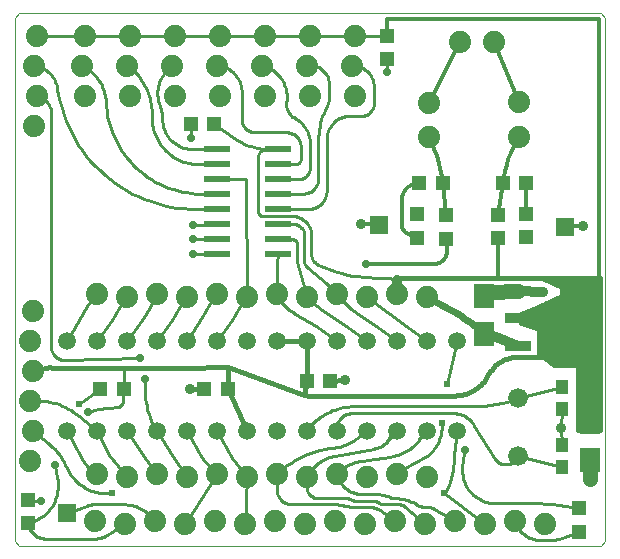
<source format=gtl>
G75*
G70*
%OFA0B0*%
%FSLAX24Y24*%
%IPPOS*%
%LPD*%
%AMOC8*
5,1,8,0,0,1.08239X$1,22.5*
%
%ADD10C,0.0000*%
%ADD11C,0.0591*%
%ADD12C,0.0660*%
%ADD13R,0.0906X0.0374*%
%ADD14R,0.0906X0.1280*%
%ADD15C,0.0740*%
%ADD16R,0.0394X0.0512*%
%ADD17R,0.0472X0.0472*%
%ADD18R,0.0709X0.0787*%
%ADD19R,0.0591X0.0630*%
%ADD20R,0.0866X0.0236*%
%ADD21C,0.0100*%
%ADD22C,0.0160*%
%ADD23C,0.0320*%
%ADD24C,0.0500*%
%ADD25C,0.0356*%
%ADD26C,0.0277*%
%ADD27C,0.0120*%
%ADD28C,0.0240*%
%ADD29C,0.0240*%
D10*
X002337Y003180D02*
X002337Y003180D01*
X002180Y003337D01*
X002180Y003338D02*
X002180Y020778D01*
X002337Y020936D01*
X021708Y020936D01*
X021865Y020778D01*
X021865Y003337D01*
X021865Y003337D01*
X021708Y003180D01*
X021707Y003180D02*
X002337Y003180D01*
D11*
X003908Y007015D03*
X004908Y007015D03*
X005908Y007015D03*
X006908Y007015D03*
X007908Y007015D03*
X008908Y007015D03*
X009908Y007015D03*
X010908Y007015D03*
X011908Y007015D03*
X012908Y007015D03*
X013908Y007015D03*
X014908Y007015D03*
X015908Y007015D03*
X016908Y007015D03*
X016908Y010015D03*
X015908Y010015D03*
X014908Y010015D03*
X013908Y010015D03*
X012908Y010015D03*
X011908Y010015D03*
X010908Y010015D03*
X009908Y010015D03*
X008908Y010015D03*
X007908Y010015D03*
X006908Y010015D03*
X005908Y010015D03*
X004908Y010015D03*
X003908Y010015D03*
D12*
X018965Y008097D03*
X018965Y006176D03*
D13*
X018962Y009852D03*
X018962Y010757D03*
X018962Y011663D03*
D14*
X021285Y010757D03*
D15*
X015908Y011465D03*
X014908Y011565D03*
X013908Y011465D03*
X012908Y011565D03*
X011908Y011465D03*
X010908Y011565D03*
X009908Y011465D03*
X008908Y011565D03*
X007908Y011465D03*
X006908Y011565D03*
X005908Y011465D03*
X004908Y011565D03*
X002794Y011015D03*
X002694Y010015D03*
X002794Y009015D03*
X002694Y008015D03*
X002794Y007015D03*
X002694Y006015D03*
X004908Y005565D03*
X005908Y005465D03*
X006908Y005565D03*
X007908Y005465D03*
X008908Y005565D03*
X009908Y005465D03*
X010908Y005565D03*
X011908Y005465D03*
X012908Y005565D03*
X013908Y005465D03*
X014908Y005565D03*
X015908Y005465D03*
X015857Y003917D03*
X014857Y004017D03*
X013857Y003917D03*
X012857Y004017D03*
X011857Y003917D03*
X010857Y004017D03*
X009857Y003917D03*
X008857Y004017D03*
X007857Y003917D03*
X006857Y004017D03*
X005857Y003917D03*
X004857Y004017D03*
X016857Y004017D03*
X017857Y003917D03*
X018857Y004017D03*
X019857Y003917D03*
X018978Y016814D03*
X018978Y017954D03*
X018146Y019982D03*
X017006Y019982D03*
X015983Y017950D03*
X015983Y016810D03*
X013529Y018183D03*
X013429Y019183D03*
X013529Y020183D03*
X012036Y020183D03*
X011936Y019183D03*
X012036Y018183D03*
X010532Y018183D03*
X010432Y019183D03*
X010532Y020183D03*
X009028Y020182D03*
X008928Y019182D03*
X009028Y018182D03*
X007532Y018181D03*
X007432Y019181D03*
X007532Y020181D03*
X006026Y020181D03*
X005926Y019181D03*
X006026Y018181D03*
X004530Y018181D03*
X004430Y019181D03*
X004530Y020181D03*
X002931Y020180D03*
X002831Y019180D03*
X002931Y018180D03*
X002831Y017180D03*
D16*
X020412Y008475D03*
X020412Y007727D03*
X020412Y006546D03*
X020412Y005798D03*
D17*
X020999Y004440D03*
X020999Y003652D03*
X012696Y008671D03*
X011908Y008671D03*
X009271Y008419D03*
X008483Y008419D03*
X005806Y008416D03*
X005019Y008416D03*
X002613Y004715D03*
X002613Y003928D03*
X015604Y013437D03*
X015604Y014225D03*
X016567Y014204D03*
X016567Y013417D03*
X018295Y013430D03*
X018295Y014218D03*
X019218Y014247D03*
X019218Y013460D03*
X019230Y015254D03*
X018442Y015254D03*
X016441Y015267D03*
X015653Y015267D03*
X014580Y019386D03*
X014580Y020174D03*
X008834Y017235D03*
X008046Y017235D03*
D18*
X017814Y011489D03*
X017814Y010229D03*
X021359Y007286D03*
X021359Y006026D03*
D19*
X020517Y013814D03*
X014305Y013871D03*
X003912Y004282D03*
D20*
X008912Y012902D03*
X008912Y013402D03*
X008912Y013902D03*
X008912Y014402D03*
X008912Y014902D03*
X008912Y015402D03*
X008912Y015902D03*
X008912Y016402D03*
X010960Y016402D03*
X010960Y015902D03*
X010960Y015402D03*
X010960Y014902D03*
X010960Y014402D03*
X010960Y013902D03*
X010960Y013402D03*
X010960Y012902D03*
D21*
X017495Y007157D02*
X018204Y006054D01*
X017101Y005778D02*
X017097Y005715D01*
X017096Y005651D01*
X017100Y005587D01*
X017107Y005524D01*
X017118Y005461D01*
X017133Y005399D01*
X017151Y005338D01*
X017173Y005278D01*
X017198Y005220D01*
X017227Y005163D01*
X017259Y005108D01*
X017294Y005054D01*
X017332Y005003D01*
X017373Y004955D01*
X017418Y004909D01*
X017464Y004865D01*
X017513Y004825D01*
X017565Y004787D01*
X017618Y004753D01*
X017674Y004721D01*
X017731Y004693D01*
X017790Y004669D01*
X017850Y004648D01*
X017912Y004630D01*
X017974Y004616D01*
X018037Y004606D01*
X018100Y004600D01*
X018164Y004597D01*
X017857Y003917D02*
X016471Y004952D01*
X016492Y004958D01*
X016512Y004967D01*
X016531Y004979D01*
X016547Y004994D01*
X016562Y005010D01*
X016574Y005029D01*
X016583Y005049D01*
X016589Y005070D01*
X015841Y004479D02*
X015800Y004480D01*
X015758Y004485D01*
X015718Y004493D01*
X015678Y004505D01*
X015639Y004519D01*
X015601Y004537D01*
X015565Y004558D01*
X015172Y004479D02*
X015857Y003917D01*
X015841Y004479D02*
X015888Y004478D01*
X015935Y004473D01*
X015981Y004465D01*
X016027Y004454D01*
X016071Y004439D01*
X016114Y004421D01*
X016156Y004400D01*
X016857Y004017D01*
X015172Y004480D02*
X015143Y004501D01*
X015112Y004520D01*
X015078Y004535D01*
X015044Y004546D01*
X015008Y004554D01*
X014972Y004558D01*
X014936Y004559D01*
X014936Y004558D02*
X014463Y004558D01*
X014438Y004560D01*
X014413Y004564D01*
X014389Y004573D01*
X014366Y004584D01*
X014345Y004597D01*
X014149Y004676D02*
X013558Y004676D01*
X013479Y004479D02*
X013912Y004479D01*
X012908Y005565D02*
X012954Y005615D01*
X013002Y005663D01*
X013053Y005707D01*
X013107Y005750D01*
X013162Y005789D01*
X013219Y005826D01*
X013278Y005860D01*
X013338Y005890D01*
X013400Y005918D01*
X013464Y005942D01*
X013528Y005963D01*
X013594Y005981D01*
X013660Y005996D01*
X013727Y006007D01*
X013794Y006015D01*
X016589Y005070D02*
X016638Y005191D01*
X016682Y005314D01*
X016720Y005439D01*
X016753Y005565D01*
X016779Y005693D01*
X016799Y005822D01*
X016814Y005951D01*
X016823Y006081D01*
X016825Y006212D01*
X016826Y006211D02*
X016908Y007015D01*
X016825Y007589D02*
X016878Y007587D01*
X016930Y007582D01*
X016982Y007572D01*
X017033Y007559D01*
X017083Y007543D01*
X017132Y007522D01*
X017179Y007499D01*
X017224Y007472D01*
X017267Y007442D01*
X017308Y007408D01*
X017347Y007372D01*
X017382Y007333D01*
X017415Y007292D01*
X017445Y007249D01*
X017471Y007203D01*
X017494Y007156D01*
X017259Y007826D02*
X013479Y007826D01*
X013400Y007589D02*
X016826Y007589D01*
X016589Y008574D02*
X016908Y010015D01*
X015908Y010015D02*
X015208Y010515D01*
X014908Y010015D02*
X014208Y010515D01*
X013608Y010915D01*
X013208Y010515D02*
X012608Y010915D01*
X012208Y010515D02*
X011508Y010915D01*
X011908Y011465D02*
X011589Y012644D01*
X011589Y012723D02*
X011589Y013234D01*
X011587Y013258D01*
X011582Y013281D01*
X011573Y013304D01*
X011561Y013325D01*
X011546Y013343D01*
X011529Y013360D01*
X011509Y013373D01*
X011487Y013384D01*
X011464Y013391D01*
X011440Y013395D01*
X011416Y013395D01*
X011393Y013391D01*
X012062Y013495D02*
X012063Y013543D01*
X012060Y013592D01*
X012053Y013640D01*
X012043Y013687D01*
X012029Y013734D01*
X012012Y013779D01*
X011991Y013823D01*
X011967Y013865D01*
X011940Y013905D01*
X011910Y013943D01*
X011877Y013979D01*
X011841Y014012D01*
X011803Y014042D01*
X011763Y014069D01*
X011721Y014093D01*
X011677Y014114D01*
X011632Y014131D01*
X011585Y014145D01*
X011538Y014155D01*
X011490Y014162D01*
X011441Y014165D01*
X011393Y014164D01*
X010448Y014164D01*
X010448Y014165D02*
X010426Y014167D01*
X010404Y014171D01*
X010383Y014179D01*
X010363Y014190D01*
X010345Y014203D01*
X010329Y014219D01*
X010316Y014237D01*
X010305Y014257D01*
X010297Y014278D01*
X010293Y014300D01*
X010291Y014322D01*
X010290Y014322D02*
X010290Y016093D01*
X010287Y016125D01*
X010288Y016156D01*
X010292Y016188D01*
X010300Y016218D01*
X010312Y016248D01*
X010327Y016276D01*
X010345Y016302D01*
X010366Y016326D01*
X010389Y016347D01*
X010415Y016366D01*
X010443Y016381D01*
X010472Y016393D01*
X010503Y016402D01*
X010534Y016407D01*
X010566Y016408D01*
X010960Y016402D01*
X012022Y016605D02*
X012019Y016665D01*
X012011Y016724D01*
X012000Y016783D01*
X011985Y016841D01*
X011967Y016898D01*
X011946Y016954D01*
X011921Y017008D01*
X011892Y017061D01*
X011861Y017112D01*
X011826Y017161D01*
X011789Y017208D01*
X011748Y017252D01*
X011705Y017294D01*
X011660Y017333D01*
X011612Y017369D01*
X011562Y017402D01*
X011510Y017432D01*
X011473Y017455D01*
X011437Y017480D01*
X011404Y017508D01*
X011373Y017539D01*
X011344Y017572D01*
X011318Y017608D01*
X011296Y017645D01*
X011276Y017684D01*
X011260Y017725D01*
X011247Y017766D01*
X011237Y017809D01*
X011231Y017852D01*
X011229Y017896D01*
X011230Y017940D01*
X011235Y017983D01*
X010605Y016408D02*
X010514Y016411D01*
X010424Y016418D01*
X010335Y016429D01*
X010245Y016444D01*
X010157Y016464D01*
X010070Y016488D01*
X009984Y016515D01*
X009899Y016547D01*
X009816Y016582D01*
X009734Y016622D01*
X009655Y016665D01*
X009578Y016712D01*
X009503Y016762D01*
X009503Y016763D02*
X008834Y017235D01*
X008322Y015897D02*
X008245Y015898D01*
X008169Y015903D01*
X008093Y015912D01*
X008018Y015924D01*
X007943Y015940D01*
X007869Y015960D01*
X007797Y015983D01*
X007725Y016010D01*
X007655Y016040D01*
X007587Y016074D01*
X007520Y016110D01*
X007455Y016151D01*
X007392Y016194D01*
X007331Y016240D01*
X007273Y016289D01*
X007217Y016341D01*
X007164Y016396D01*
X007113Y016453D01*
X007065Y016513D01*
X007021Y016574D01*
X006979Y016638D01*
X006940Y016704D01*
X006905Y016772D01*
X006873Y016841D01*
X006845Y016912D01*
X006820Y016984D01*
X006798Y017058D01*
X006781Y017132D01*
X006766Y017207D01*
X006756Y017282D01*
X006749Y017358D01*
X006746Y017435D01*
X006747Y017511D01*
X008046Y017235D02*
X008045Y016754D01*
X008361Y016408D02*
X008912Y016402D01*
X008912Y015902D02*
X008322Y015897D01*
X008912Y015402D02*
X009897Y015400D01*
X009908Y011465D01*
X009408Y010715D02*
X008908Y010015D01*
X008408Y010815D02*
X007908Y010015D01*
X007408Y010715D02*
X006908Y010015D01*
X006353Y009440D02*
X003834Y009361D01*
X003794Y009363D01*
X003754Y009368D01*
X003715Y009377D01*
X003677Y009390D01*
X003640Y009406D01*
X003605Y009425D01*
X003572Y009448D01*
X003541Y009473D01*
X003512Y009501D01*
X003486Y009532D01*
X003463Y009565D01*
X003443Y009600D01*
X003427Y009636D01*
X003413Y009674D01*
X003404Y009713D01*
X003398Y009753D01*
X003395Y009793D01*
X003396Y009833D01*
X003401Y009873D01*
X003400Y009873D02*
X003400Y017550D01*
X005212Y017983D02*
X005207Y018054D01*
X005198Y018125D01*
X005186Y018195D01*
X005170Y018265D01*
X005151Y018334D01*
X005128Y018402D01*
X005102Y018468D01*
X005072Y018533D01*
X005040Y018597D01*
X005004Y018658D01*
X004965Y018718D01*
X004922Y018776D01*
X004878Y018831D01*
X004830Y018885D01*
X004780Y018935D01*
X004727Y018983D01*
X004671Y019029D01*
X004614Y019071D01*
X004555Y019111D01*
X004493Y019147D01*
X004430Y019181D01*
X004530Y020181D02*
X006026Y020181D01*
X007532Y020181D01*
X008243Y020181D01*
X009028Y020182D01*
X010532Y020183D01*
X012036Y020183D01*
X013529Y020183D01*
X014580Y019386D02*
X014580Y018959D01*
X014149Y018456D02*
X014148Y018508D01*
X014144Y018560D01*
X014136Y018611D01*
X014124Y018662D01*
X014109Y018711D01*
X014090Y018760D01*
X014067Y018807D01*
X014041Y018852D01*
X014012Y018895D01*
X013980Y018935D01*
X013945Y018974D01*
X013907Y019009D01*
X013866Y019042D01*
X013824Y019072D01*
X013779Y019098D01*
X013732Y019121D01*
X013684Y019141D01*
X013635Y019157D01*
X013584Y019169D01*
X013533Y019178D01*
X013481Y019183D01*
X013429Y019184D01*
X012652Y018574D02*
X012652Y018219D01*
X012652Y018574D02*
X012650Y018623D01*
X012644Y018671D01*
X012635Y018718D01*
X012622Y018765D01*
X012605Y018811D01*
X012584Y018855D01*
X012561Y018897D01*
X012534Y018937D01*
X012503Y018976D01*
X012470Y019011D01*
X012435Y019044D01*
X012397Y019074D01*
X012356Y019101D01*
X012314Y019124D01*
X012269Y019145D01*
X012224Y019161D01*
X012177Y019174D01*
X012129Y019184D01*
X012081Y019189D01*
X012033Y019191D01*
X011984Y019189D01*
X011936Y019183D01*
X012653Y018219D02*
X012655Y018168D01*
X012654Y018117D01*
X012649Y018067D01*
X012641Y018017D01*
X012629Y017967D01*
X012614Y017919D01*
X012596Y017871D01*
X012574Y017825D01*
X012298Y016684D02*
X012298Y015503D01*
X012299Y015503D02*
X012302Y015459D01*
X012303Y015415D01*
X012299Y015371D01*
X012292Y015327D01*
X012281Y015284D01*
X012266Y015243D01*
X012248Y015202D01*
X012227Y015164D01*
X012203Y015127D01*
X012175Y015092D01*
X012145Y015060D01*
X012112Y015031D01*
X012077Y015004D01*
X012039Y014981D01*
X012000Y014961D01*
X011960Y014944D01*
X011917Y014930D01*
X011874Y014921D01*
X011831Y014914D01*
X011787Y014912D01*
X011786Y014912D02*
X010960Y014902D01*
X010960Y015402D02*
X011625Y015397D01*
X012574Y015030D02*
X012573Y014982D01*
X012569Y014935D01*
X012562Y014887D01*
X012550Y014841D01*
X012535Y014795D01*
X012516Y014751D01*
X012494Y014708D01*
X012469Y014668D01*
X012440Y014629D01*
X012409Y014593D01*
X012375Y014559D01*
X012338Y014528D01*
X012299Y014500D01*
X012258Y014476D01*
X012215Y014454D01*
X012171Y014436D01*
X012125Y014422D01*
X012078Y014411D01*
X012031Y014404D01*
X011983Y014400D01*
X010960Y014402D01*
X010960Y013402D02*
X011013Y013389D01*
X011067Y013379D01*
X011121Y013373D01*
X011176Y013370D01*
X011230Y013371D01*
X011285Y013374D01*
X011339Y013381D01*
X011393Y013392D01*
X011826Y013550D02*
X011823Y013586D01*
X011815Y013622D01*
X011805Y013658D01*
X011790Y013692D01*
X011773Y013724D01*
X011752Y013754D01*
X011729Y013783D01*
X011703Y013809D01*
X011674Y013832D01*
X011644Y013852D01*
X011611Y013870D01*
X011577Y013884D01*
X011542Y013894D01*
X011506Y013901D01*
X011469Y013905D01*
X011432Y013904D01*
X011826Y013549D02*
X011826Y012762D01*
X011589Y012722D02*
X011585Y012696D01*
X011585Y012670D01*
X011589Y012644D01*
X012062Y012904D02*
X012062Y013495D01*
X012062Y012905D02*
X012061Y012870D01*
X012065Y012835D01*
X012071Y012800D01*
X012081Y012766D01*
X012095Y012734D01*
X012111Y012703D01*
X012131Y012674D01*
X012153Y012647D01*
X012178Y012622D01*
X012205Y012599D01*
X012234Y012580D01*
X012265Y012564D01*
X012298Y012550D01*
X012928Y012314D01*
X011507Y010915D02*
X011443Y010954D01*
X011381Y010996D01*
X011321Y011041D01*
X011264Y011089D01*
X011209Y011140D01*
X011157Y011194D01*
X011108Y011250D01*
X011061Y011309D01*
X011018Y011370D01*
X010978Y011433D01*
X010941Y011498D01*
X010907Y011565D01*
X010908Y011565D02*
X010920Y012604D01*
X010960Y012902D01*
X011826Y012762D02*
X011823Y012726D01*
X011824Y012690D01*
X011828Y012654D01*
X011835Y012618D01*
X011846Y012583D01*
X011859Y012550D01*
X011876Y012518D01*
X011896Y012487D01*
X011919Y012459D01*
X011944Y012433D01*
X013794Y006015D02*
X014138Y006053D01*
X014479Y006105D01*
X014818Y006172D01*
X014699Y004793D02*
X014737Y004780D01*
X014776Y004769D01*
X014816Y004761D01*
X014856Y004756D01*
X014896Y004754D01*
X014345Y004361D02*
X014857Y004017D01*
X014897Y004755D02*
X014961Y004753D01*
X015025Y004748D01*
X015089Y004739D01*
X015152Y004727D01*
X015214Y004713D01*
X015276Y004694D01*
X015337Y004673D01*
X015396Y004649D01*
X015454Y004621D01*
X015511Y004591D01*
X015566Y004558D01*
X014346Y004597D02*
X014316Y004618D01*
X014285Y004635D01*
X014253Y004650D01*
X014219Y004662D01*
X014184Y004670D01*
X014149Y004676D01*
X013558Y004676D02*
X013525Y004678D01*
X013493Y004682D01*
X013461Y004690D01*
X013430Y004701D01*
X013400Y004715D01*
X013243Y004755D02*
X012298Y004755D01*
X012259Y004757D01*
X012221Y004763D01*
X012184Y004772D01*
X012147Y004785D01*
X012112Y004802D01*
X012079Y004821D01*
X012048Y004844D01*
X012019Y004870D01*
X011993Y004899D01*
X011970Y004930D01*
X011951Y004963D01*
X011934Y004998D01*
X011921Y005035D01*
X011912Y005072D01*
X011906Y005110D01*
X011904Y005149D01*
X011393Y004558D02*
X011352Y004560D01*
X011311Y004565D01*
X011271Y004574D01*
X011232Y004586D01*
X011194Y004602D01*
X011157Y004621D01*
X011122Y004643D01*
X011090Y004668D01*
X011059Y004696D01*
X011031Y004727D01*
X011006Y004759D01*
X010984Y004794D01*
X010965Y004831D01*
X010949Y004869D01*
X010937Y004908D01*
X010928Y004948D01*
X010923Y004989D01*
X010921Y005030D01*
X011393Y004558D02*
X012810Y004558D01*
X011907Y005466D02*
X011938Y005526D01*
X011972Y005585D01*
X012010Y005642D01*
X012050Y005697D01*
X012093Y005750D01*
X012139Y005800D01*
X012187Y005848D01*
X012238Y005893D01*
X012291Y005935D01*
X012347Y005974D01*
X012404Y006011D01*
X012464Y006044D01*
X012525Y006074D01*
X012587Y006100D01*
X012651Y006124D01*
X012716Y006143D01*
X012782Y006160D01*
X012849Y006173D01*
X013440Y006684D02*
X013908Y007015D01*
X014148Y006409D02*
X014202Y006421D01*
X014256Y006438D01*
X014308Y006457D01*
X014358Y006481D01*
X014407Y006507D01*
X014454Y006537D01*
X014499Y006569D01*
X014542Y006605D01*
X014583Y006643D01*
X014620Y006684D01*
X015802Y006093D02*
X015861Y006131D01*
X015918Y006171D01*
X015972Y006215D01*
X016024Y006262D01*
X016074Y006312D01*
X016120Y006364D01*
X016164Y006419D01*
X016204Y006476D01*
X016241Y006535D01*
X016275Y006597D01*
X016306Y006660D01*
X016332Y006724D01*
X016356Y006790D01*
X016375Y006858D01*
X016391Y006926D01*
X016403Y006995D01*
X016411Y007064D01*
X016415Y007134D01*
X016416Y007204D01*
X016412Y007274D01*
X018204Y006054D02*
X018231Y006023D01*
X018260Y005996D01*
X018292Y005971D01*
X018327Y005949D01*
X018363Y005931D01*
X018400Y005916D01*
X018439Y005904D01*
X018478Y005896D01*
X018519Y005891D01*
X018559Y005890D01*
X018600Y005893D01*
X018640Y005899D01*
X018679Y005909D01*
X018717Y005923D01*
X018754Y005940D01*
X018789Y005960D01*
X018822Y005983D01*
X018853Y006009D01*
X018881Y006038D01*
X018907Y006070D01*
X018929Y006103D01*
X018949Y006139D01*
X018965Y006176D01*
X020412Y005798D01*
X020412Y006546D02*
X020373Y007117D01*
X020412Y007727D01*
X020412Y008475D02*
X018965Y008097D01*
X020093Y004558D02*
X020999Y004440D01*
X020999Y003652D02*
X020330Y003416D01*
X020054Y003377D02*
X019660Y003377D01*
X019605Y003379D01*
X019549Y003384D01*
X019495Y003394D01*
X019441Y003407D01*
X019388Y003423D01*
X019336Y003443D01*
X019286Y003467D01*
X019237Y003494D01*
X019191Y003524D01*
X019146Y003557D01*
X019104Y003593D01*
X019064Y003632D01*
X019027Y003673D01*
X018993Y003717D01*
X018962Y003763D01*
X018934Y003811D01*
X018910Y003860D01*
X018889Y003912D01*
X018871Y003964D01*
X018857Y004018D01*
X020054Y003377D02*
X020100Y003376D01*
X020147Y003378D01*
X020193Y003383D01*
X020239Y003391D01*
X020285Y003402D01*
X020329Y003416D01*
X008908Y011565D02*
X008653Y011194D01*
X008408Y010815D01*
X006408Y010715D02*
X005908Y010015D01*
X005408Y010715D02*
X004908Y010015D01*
X004308Y010715D02*
X003908Y010015D01*
X005019Y008416D02*
X004306Y007904D01*
X004306Y007511D02*
X004908Y007015D01*
X005308Y006215D01*
X005908Y005465D01*
X005526Y007786D02*
X005411Y007784D01*
X005295Y007776D01*
X005181Y007764D01*
X005066Y007746D01*
X004953Y007724D01*
X004841Y007697D01*
X004730Y007665D01*
X004621Y007629D01*
X003908Y007015D02*
X004385Y006133D01*
X004779Y004991D02*
X004847Y004973D01*
X004916Y004959D01*
X004986Y004948D01*
X005056Y004941D01*
X005127Y004936D01*
X005198Y004935D01*
X005268Y004937D01*
X005339Y004943D01*
X005409Y004952D01*
X005802Y004558D02*
X004857Y004558D01*
X004582Y004519D02*
X003912Y004282D01*
X003204Y003416D02*
X003157Y003418D01*
X003110Y003424D01*
X003063Y003433D01*
X003018Y003446D01*
X002973Y003462D01*
X002930Y003482D01*
X002889Y003506D01*
X002850Y003532D01*
X002813Y003562D01*
X002778Y003594D01*
X002747Y003629D01*
X002718Y003667D01*
X002692Y003706D01*
X002669Y003748D01*
X002650Y003791D01*
X002634Y003836D01*
X002622Y003882D01*
X002613Y003928D01*
X003204Y003416D02*
X004778Y003416D01*
X004582Y004519D02*
X004626Y004533D01*
X004672Y004544D01*
X004718Y004552D01*
X004764Y004557D01*
X004811Y004559D01*
X004857Y004558D01*
X005252Y003534D02*
X005204Y003507D01*
X005155Y003482D01*
X005104Y003461D01*
X005051Y003444D01*
X004998Y003431D01*
X004944Y003421D01*
X004889Y003416D01*
X004834Y003414D01*
X004779Y003416D01*
X005251Y003534D02*
X005857Y003917D01*
X005802Y004558D02*
X005870Y004556D01*
X005939Y004551D01*
X006006Y004542D01*
X006074Y004529D01*
X006140Y004513D01*
X006206Y004494D01*
X006270Y004471D01*
X006333Y004445D01*
X006395Y004415D01*
X006455Y004382D01*
X006513Y004346D01*
X006569Y004307D01*
X006623Y004266D01*
X006675Y004221D01*
X006725Y004174D01*
X006771Y004124D01*
X006816Y004072D01*
X006857Y004017D01*
X007857Y003917D02*
X008908Y005565D01*
X008408Y006115D01*
X007908Y007015D01*
X011943Y012432D02*
X012151Y012276D01*
X012352Y012111D01*
X012545Y011938D01*
X012730Y011756D01*
X012907Y011565D01*
X013208Y010515D02*
X013908Y010015D01*
X012908Y010015D02*
X012208Y010515D01*
X014149Y012117D02*
X014660Y012117D01*
X014908Y012035D01*
X013608Y010915D02*
X013496Y010994D01*
X013387Y011078D01*
X013283Y011166D01*
X013182Y011259D01*
X013086Y011357D01*
X012995Y011459D01*
X012908Y011565D01*
X008912Y012902D02*
X008123Y012896D01*
X008123Y013408D02*
X008912Y013402D01*
X008912Y013902D02*
X008123Y013880D01*
X008243Y014400D02*
X008912Y014402D01*
X008912Y014902D02*
X008361Y014912D01*
X008086Y016408D02*
X008024Y016409D01*
X007963Y016414D01*
X007902Y016423D01*
X007842Y016436D01*
X007783Y016452D01*
X007725Y016473D01*
X007669Y016496D01*
X007614Y016524D01*
X007560Y016554D01*
X007509Y016588D01*
X007460Y016625D01*
X007414Y016665D01*
X007370Y016708D01*
X007329Y016754D01*
X007291Y016802D01*
X007256Y016853D01*
X007224Y016905D01*
X007196Y016960D01*
X007171Y017016D01*
X007149Y017073D01*
X007132Y017132D01*
X007118Y017192D01*
X007108Y017253D01*
X007101Y017314D01*
X006984Y017944D02*
X006966Y018006D01*
X006953Y018069D01*
X006943Y018132D01*
X006937Y018196D01*
X006935Y018260D01*
X006937Y018324D01*
X006942Y018388D01*
X006951Y018452D01*
X006964Y018515D01*
X006980Y018577D01*
X007000Y018638D01*
X007024Y018698D01*
X007051Y018756D01*
X007082Y018812D01*
X007115Y018867D01*
X007152Y018919D01*
X007192Y018970D01*
X007235Y019018D01*
X007281Y019063D01*
X007329Y019105D01*
X007379Y019145D01*
X007432Y019181D01*
X003597Y018416D02*
X003634Y018196D01*
X003682Y017978D01*
X003740Y017762D01*
X003808Y017550D01*
X003886Y017341D01*
X003974Y017136D01*
X004072Y016935D01*
X004179Y016739D01*
X004295Y016549D01*
X004421Y016364D01*
X004555Y016185D01*
X004697Y016013D01*
X004847Y015848D01*
X005005Y015691D01*
X005171Y015541D01*
X005343Y015399D01*
X005522Y015265D01*
X005707Y015141D01*
X005897Y015025D01*
X006094Y014918D01*
X006294Y014821D01*
X006500Y014733D01*
X006709Y014655D01*
X006922Y014588D01*
X007137Y014530D01*
X007356Y014483D01*
X007576Y014447D01*
X007797Y014420D01*
X008020Y014405D01*
X008243Y014400D01*
X010960Y015902D02*
X011550Y015897D01*
X012023Y015778D02*
X012020Y015740D01*
X012013Y015703D01*
X012003Y015666D01*
X011989Y015630D01*
X011972Y015596D01*
X011951Y015564D01*
X011928Y015534D01*
X011902Y015506D01*
X011873Y015481D01*
X011842Y015459D01*
X011809Y015440D01*
X011774Y015424D01*
X011738Y015412D01*
X011701Y015403D01*
X011663Y015398D01*
X011625Y015396D01*
X011550Y015897D02*
X011572Y015898D01*
X011594Y015903D01*
X011615Y015911D01*
X011635Y015922D01*
X011653Y015935D01*
X011669Y015951D01*
X011682Y015969D01*
X011693Y015989D01*
X011701Y016010D01*
X011706Y016032D01*
X011707Y016054D01*
X011707Y016487D02*
X011706Y016528D01*
X011700Y016569D01*
X011692Y016610D01*
X011680Y016649D01*
X011664Y016687D01*
X011645Y016724D01*
X011623Y016759D01*
X011598Y016791D01*
X011570Y016822D01*
X011539Y016850D01*
X011507Y016875D01*
X011472Y016897D01*
X011435Y016916D01*
X011397Y016932D01*
X011358Y016944D01*
X011317Y016952D01*
X011276Y016958D01*
X011235Y016959D01*
X010172Y016959D02*
X010132Y016961D01*
X010093Y016967D01*
X010054Y016976D01*
X010016Y016989D01*
X009980Y017006D01*
X009945Y017025D01*
X009912Y017048D01*
X009881Y017073D01*
X009853Y017101D01*
X009828Y017132D01*
X009805Y017165D01*
X009786Y017200D01*
X009769Y017236D01*
X009756Y017274D01*
X009747Y017313D01*
X009741Y017352D01*
X009739Y017392D01*
X011235Y017983D02*
X011243Y018046D01*
X011247Y018109D01*
X011247Y018173D01*
X011243Y018236D01*
X011235Y018299D01*
X011224Y018361D01*
X011210Y018423D01*
X011191Y018484D01*
X011169Y018543D01*
X011144Y018601D01*
X011115Y018657D01*
X011083Y018712D01*
X011048Y018765D01*
X011009Y018815D01*
X010968Y018863D01*
X010924Y018909D01*
X010877Y018952D01*
X010828Y018992D01*
X010777Y019029D01*
X010724Y019063D01*
X010668Y019094D01*
X010611Y019121D01*
X010552Y019145D01*
X010492Y019166D01*
X010431Y019183D01*
X009740Y018298D02*
X009739Y018356D01*
X009733Y018413D01*
X009725Y018470D01*
X009712Y018526D01*
X009696Y018581D01*
X009676Y018635D01*
X009653Y018687D01*
X009626Y018738D01*
X009597Y018787D01*
X009564Y018834D01*
X009528Y018879D01*
X009489Y018921D01*
X009447Y018961D01*
X009403Y018998D01*
X009357Y019032D01*
X009308Y019063D01*
X009258Y019090D01*
X009206Y019114D01*
X009153Y019135D01*
X009098Y019153D01*
X009042Y019166D01*
X008985Y019176D01*
X008928Y019182D01*
X005211Y017983D02*
X005222Y017827D01*
X005240Y017672D01*
X005266Y017517D01*
X005299Y017365D01*
X005340Y017214D01*
X005388Y017065D01*
X005443Y016919D01*
X005505Y016776D01*
X005574Y016635D01*
X005650Y016499D01*
X005733Y016366D01*
X005821Y016237D01*
X005916Y016113D01*
X006017Y015994D01*
X006123Y015879D01*
X006235Y015770D01*
X006352Y015667D01*
X006474Y015569D01*
X006601Y015477D01*
X006732Y015392D01*
X006866Y015313D01*
X007005Y015241D01*
X007147Y015175D01*
X007292Y015117D01*
X007439Y015065D01*
X007589Y015021D01*
X007741Y014984D01*
X007895Y014955D01*
X008049Y014933D01*
X008205Y014918D01*
X008361Y014912D01*
X006747Y017511D02*
X006748Y017608D01*
X006744Y017705D01*
X006735Y017801D01*
X006722Y017897D01*
X006704Y017992D01*
X006681Y018087D01*
X006654Y018180D01*
X006622Y018271D01*
X006586Y018361D01*
X006545Y018449D01*
X006500Y018535D01*
X006451Y018618D01*
X006398Y018699D01*
X006341Y018778D01*
X006281Y018853D01*
X006216Y018926D01*
X006149Y018995D01*
X006077Y019060D01*
X006003Y019123D01*
X005926Y019181D01*
X004530Y020181D02*
X002931Y020180D01*
X002832Y019180D02*
X002889Y019170D01*
X002945Y019156D01*
X003000Y019139D01*
X003055Y019118D01*
X003107Y019094D01*
X003158Y019067D01*
X003208Y019036D01*
X003255Y019002D01*
X003300Y018965D01*
X003342Y018926D01*
X003382Y018883D01*
X003419Y018839D01*
X003453Y018792D01*
X003484Y018743D01*
X003511Y018692D01*
X003536Y018639D01*
X003556Y018585D01*
X003574Y018529D01*
X003588Y018473D01*
X003598Y018416D01*
X002932Y018180D02*
X002978Y018164D01*
X003024Y018145D01*
X003068Y018122D01*
X003110Y018096D01*
X003150Y018067D01*
X003188Y018035D01*
X003223Y018000D01*
X003256Y017963D01*
X003285Y017923D01*
X003312Y017881D01*
X003335Y017837D01*
X003355Y017792D01*
X003371Y017745D01*
X003384Y017697D01*
X003394Y017649D01*
X003399Y017600D01*
X003401Y017550D01*
X006983Y017944D02*
X007018Y017820D01*
X007047Y017695D01*
X007071Y017569D01*
X007089Y017442D01*
X007101Y017314D01*
X006907Y011565D02*
X006796Y011345D01*
X006676Y011129D01*
X006546Y010919D01*
X006407Y010715D01*
X005806Y009115D02*
X005806Y008416D01*
X005802Y008416D01*
X005802Y008062D01*
X005800Y008031D01*
X005795Y008001D01*
X005787Y007971D01*
X005775Y007942D01*
X005760Y007915D01*
X005742Y007890D01*
X005721Y007867D01*
X005698Y007846D01*
X005673Y007828D01*
X005646Y007813D01*
X005617Y007801D01*
X005587Y007793D01*
X005557Y007788D01*
X005526Y007786D01*
X005908Y007015D02*
X006508Y006115D01*
X006908Y005565D01*
X007408Y006215D02*
X007908Y005465D01*
X008085Y016409D02*
X008361Y016409D01*
X012573Y016763D02*
X012577Y016817D01*
X012584Y016872D01*
X012595Y016925D01*
X012610Y016978D01*
X012629Y017030D01*
X012651Y017080D01*
X012677Y017128D01*
X012706Y017174D01*
X012738Y017219D01*
X012774Y017260D01*
X012812Y017300D01*
X012853Y017336D01*
X012897Y017369D01*
X012943Y017399D01*
X012991Y017426D01*
X013040Y017449D01*
X013091Y017469D01*
X013144Y017485D01*
X013197Y017497D01*
X013251Y017506D01*
X013306Y017510D01*
X013361Y017511D01*
X013754Y017511D02*
X013793Y017513D01*
X013831Y017518D01*
X013869Y017528D01*
X013905Y017541D01*
X013940Y017557D01*
X013973Y017577D01*
X014004Y017600D01*
X014033Y017626D01*
X014059Y017655D01*
X014082Y017686D01*
X014102Y017719D01*
X014118Y017754D01*
X014131Y017790D01*
X014141Y017828D01*
X014146Y017866D01*
X014148Y017905D01*
X012574Y017826D02*
X012522Y017719D01*
X012476Y017610D01*
X012434Y017499D01*
X012398Y017386D01*
X012368Y017271D01*
X012343Y017155D01*
X012323Y017039D01*
X012309Y016921D01*
X012301Y016803D01*
X012298Y016684D01*
X012928Y012314D02*
X013098Y012262D01*
X013269Y012217D01*
X013443Y012181D01*
X013618Y012153D01*
X013794Y012133D01*
X013971Y012121D01*
X014149Y012117D01*
X017258Y007826D02*
X017451Y007823D01*
X017645Y007828D01*
X017837Y007842D01*
X018029Y007864D01*
X018220Y007894D01*
X018409Y007933D01*
X018597Y007980D01*
X018782Y008035D01*
X018964Y008098D01*
X020448Y012117D02*
X021668Y012117D01*
X011708Y016054D02*
X011708Y016488D01*
X011908Y011465D02*
X012075Y011317D01*
X012247Y011176D01*
X012425Y011042D01*
X012608Y010915D01*
X013440Y006684D02*
X013383Y006646D01*
X013325Y006611D01*
X013265Y006579D01*
X013203Y006550D01*
X013140Y006525D01*
X013076Y006503D01*
X013011Y006484D01*
X012944Y006468D01*
X012877Y006456D01*
X012810Y006448D01*
X011908Y007015D02*
X011963Y007088D01*
X012021Y007159D01*
X012083Y007227D01*
X012148Y007292D01*
X012216Y007354D01*
X012287Y007412D01*
X012360Y007467D01*
X012436Y007519D01*
X012515Y007567D01*
X012595Y007611D01*
X012678Y007651D01*
X012762Y007687D01*
X012848Y007719D01*
X012936Y007747D01*
X013024Y007771D01*
X013114Y007790D01*
X013204Y007805D01*
X013296Y007816D01*
X013387Y007823D01*
X013479Y007825D01*
X013400Y007590D02*
X013357Y007588D01*
X013314Y007583D01*
X013272Y007573D01*
X013231Y007561D01*
X013192Y007544D01*
X013153Y007525D01*
X013117Y007502D01*
X013083Y007476D01*
X013051Y007447D01*
X013021Y007416D01*
X012995Y007382D01*
X012971Y007346D01*
X012951Y007309D01*
X012934Y007269D01*
X012920Y007228D01*
X012910Y007187D01*
X012904Y007144D01*
X012901Y007101D01*
X012902Y007058D01*
X012907Y007016D01*
X013164Y004518D02*
X013226Y004504D01*
X013289Y004493D01*
X013352Y004485D01*
X013415Y004481D01*
X013479Y004479D01*
X013401Y004716D02*
X013371Y004730D01*
X013340Y004741D01*
X013308Y004749D01*
X013276Y004753D01*
X013243Y004755D01*
X013715Y004912D02*
X013659Y004914D01*
X013603Y004919D01*
X013548Y004928D01*
X013493Y004941D01*
X013439Y004958D01*
X013387Y004979D01*
X013336Y005003D01*
X013287Y005030D01*
X013240Y005061D01*
X013195Y005095D01*
X013152Y005131D01*
X013112Y005171D01*
X013075Y005213D01*
X013041Y005258D01*
X013010Y005305D01*
X012983Y005354D01*
X012958Y005405D01*
X012938Y005457D01*
X012921Y005511D01*
X012907Y005565D01*
X013913Y004480D02*
X013963Y004481D01*
X014014Y004478D01*
X014065Y004472D01*
X014114Y004462D01*
X014163Y004449D01*
X014211Y004432D01*
X014258Y004412D01*
X014303Y004388D01*
X014346Y004362D01*
X014700Y004795D02*
X014629Y004822D01*
X014557Y004846D01*
X014484Y004866D01*
X014410Y004882D01*
X014336Y004895D01*
X014261Y004905D01*
X014185Y004911D01*
X014109Y004913D01*
X012810Y006448D02*
X012659Y006429D01*
X012508Y006403D01*
X012359Y006369D01*
X012212Y006329D01*
X012067Y006282D01*
X011924Y006227D01*
X011785Y006167D01*
X011648Y006099D01*
X011514Y006025D01*
X011384Y005945D01*
X011259Y005859D01*
X011137Y005767D01*
X011020Y005669D01*
X010908Y005565D01*
X009908Y005465D02*
X009857Y003917D01*
X009908Y005465D02*
X009408Y006115D01*
X008908Y007015D01*
X004308Y010715D02*
X004442Y010938D01*
X004587Y011155D01*
X004743Y011364D01*
X004908Y011565D01*
X006511Y008455D02*
X006511Y008329D01*
X006517Y008203D01*
X006530Y008077D01*
X006549Y007953D01*
X006573Y007829D01*
X006604Y007706D01*
X006640Y007585D01*
X006683Y007466D01*
X006731Y007350D01*
X006784Y007235D01*
X006843Y007124D01*
X006907Y007015D01*
X006908Y007015D02*
X007408Y006215D01*
X004908Y005566D02*
X004844Y005610D01*
X004782Y005657D01*
X004722Y005707D01*
X004665Y005760D01*
X004611Y005816D01*
X004560Y005875D01*
X004511Y005936D01*
X004466Y006000D01*
X004424Y006065D01*
X004385Y006133D01*
X003519Y005857D02*
X003597Y005424D01*
X004306Y007511D02*
X004221Y007577D01*
X004133Y007640D01*
X004041Y007698D01*
X003948Y007752D01*
X003851Y007801D01*
X003752Y007846D01*
X003652Y007886D01*
X003549Y007920D01*
X003445Y007950D01*
X003340Y007975D01*
X003234Y007995D01*
X003126Y008009D01*
X003018Y008019D01*
X002910Y008023D01*
X002802Y008022D01*
X002694Y008015D01*
X002794Y007015D02*
X003282Y006605D01*
X003597Y005424D02*
X003608Y005354D01*
X003615Y005284D01*
X003618Y005214D01*
X003617Y005143D01*
X003612Y005073D01*
X003604Y005003D01*
X003592Y004933D01*
X003576Y004864D01*
X003556Y004797D01*
X003533Y004730D01*
X003506Y004665D01*
X003476Y004601D01*
X003442Y004539D01*
X003405Y004479D01*
X003364Y004421D01*
X003321Y004366D01*
X003274Y004313D01*
X003225Y004262D01*
X003173Y004214D01*
X003119Y004169D01*
X003062Y004127D01*
X003003Y004089D01*
X002942Y004053D01*
X002879Y004021D01*
X002815Y003993D01*
X002749Y003968D01*
X002681Y003946D01*
X002613Y003928D01*
X002613Y004715D02*
X003046Y004676D01*
X003913Y005779D02*
X003867Y005873D01*
X003817Y005965D01*
X003763Y006055D01*
X003705Y006142D01*
X003644Y006227D01*
X003578Y006309D01*
X003509Y006388D01*
X003437Y006464D01*
X003361Y006536D01*
X003283Y006606D01*
X003912Y005778D02*
X003945Y005711D01*
X003981Y005645D01*
X004021Y005581D01*
X004064Y005519D01*
X004110Y005460D01*
X004158Y005403D01*
X004210Y005348D01*
X004264Y005296D01*
X004321Y005247D01*
X004381Y005201D01*
X004442Y005157D01*
X004506Y005117D01*
X004571Y005081D01*
X004639Y005047D01*
X004708Y005017D01*
X004778Y004991D01*
X010921Y005030D02*
X010908Y005565D01*
X012810Y004558D02*
X012869Y004558D01*
X012929Y004555D01*
X012988Y004550D01*
X013047Y004542D01*
X013106Y004531D01*
X013164Y004518D01*
X014818Y006172D02*
X014891Y006190D01*
X014963Y006211D01*
X015033Y006236D01*
X015102Y006265D01*
X015170Y006297D01*
X015236Y006332D01*
X015300Y006371D01*
X015362Y006412D01*
X015422Y006457D01*
X015480Y006505D01*
X015535Y006555D01*
X015588Y006609D01*
X015637Y006665D01*
X015684Y006723D01*
X015802Y006094D02*
X015614Y006004D01*
X015430Y005907D01*
X015251Y005801D01*
X015076Y005687D01*
X014907Y005566D01*
X010960Y016402D02*
X010605Y016409D01*
X012850Y006172D02*
X014149Y006408D01*
X019424Y004598D02*
X019648Y004595D01*
X019871Y004582D01*
X020094Y004558D01*
X017102Y005779D02*
X017135Y006075D01*
X017180Y006369D01*
X014109Y004912D02*
X013715Y004912D01*
X013529Y020184D02*
X014580Y020175D01*
X018164Y004597D02*
X019424Y004597D01*
X013755Y017511D02*
X013361Y017511D01*
X011235Y016959D02*
X010173Y016959D01*
X012022Y016605D02*
X012029Y016192D01*
X012022Y015779D01*
X006511Y008731D02*
X006511Y008455D01*
X010960Y013902D02*
X011432Y013904D01*
X009908Y011465D02*
X009664Y011086D01*
X009408Y010715D01*
X007908Y011465D02*
X007664Y011086D01*
X007408Y010715D01*
X005908Y011465D02*
X005664Y011086D01*
X005408Y010715D01*
X011907Y005466D02*
X011904Y005149D01*
X009739Y017392D02*
X009739Y018298D01*
X013908Y011466D02*
X015208Y010516D01*
X014148Y017904D02*
X014148Y018456D01*
X012573Y016763D02*
X012573Y015031D01*
D22*
X015008Y012115D02*
X018280Y012116D01*
X020448Y012117D01*
X021285Y010757D01*
X021685Y010788D02*
X019065Y010788D01*
X019065Y010915D02*
X019065Y010615D01*
X019667Y010419D01*
X019667Y009619D01*
X020165Y009194D01*
X020965Y009194D01*
X020965Y007049D01*
X021685Y007049D01*
X021685Y012115D01*
X019762Y012115D01*
X020412Y011802D01*
X020412Y011487D01*
X019565Y011115D01*
X019065Y010915D01*
X019143Y010947D02*
X021685Y010947D01*
X021685Y011105D02*
X019539Y011105D01*
X019903Y011264D02*
X021685Y011264D01*
X021685Y011422D02*
X020264Y011422D01*
X020412Y011581D02*
X021685Y011581D01*
X021685Y011739D02*
X020412Y011739D01*
X020214Y011898D02*
X021685Y011898D01*
X021685Y012056D02*
X019885Y012056D01*
X020172Y010739D02*
X020763Y009243D01*
X020965Y009045D02*
X021685Y009045D01*
X021685Y009203D02*
X020155Y009203D01*
X019969Y009362D02*
X021685Y009362D01*
X021685Y009520D02*
X019784Y009520D01*
X019857Y009479D02*
X018952Y009479D01*
X019667Y009679D02*
X021685Y009679D01*
X021685Y009837D02*
X019667Y009837D01*
X019667Y009996D02*
X021685Y009996D01*
X021685Y010154D02*
X019667Y010154D01*
X019667Y010313D02*
X021685Y010313D01*
X021685Y010471D02*
X019509Y010471D01*
X019065Y010630D02*
X021685Y010630D01*
X021685Y008886D02*
X020965Y008886D01*
X020965Y008728D02*
X021685Y008728D01*
X021685Y008569D02*
X020965Y008569D01*
X020965Y008411D02*
X021685Y008411D01*
X021685Y008252D02*
X020965Y008252D01*
X020965Y008094D02*
X021685Y008094D01*
X021685Y007935D02*
X020965Y007935D01*
X020965Y007777D02*
X021685Y007777D01*
X021685Y007618D02*
X020965Y007618D01*
X020965Y007460D02*
X021685Y007460D01*
X021685Y007301D02*
X020965Y007301D01*
X020965Y007143D02*
X021685Y007143D01*
X018952Y009479D02*
X018889Y009477D01*
X018825Y009472D01*
X018763Y009463D01*
X018700Y009450D01*
X018639Y009434D01*
X018579Y009415D01*
X018520Y009392D01*
X018462Y009366D01*
X018406Y009336D01*
X018351Y009303D01*
X018299Y009268D01*
X018249Y009229D01*
X018201Y009188D01*
X018155Y009144D01*
X018112Y009097D01*
X018072Y009048D01*
X018034Y008997D01*
X018000Y008944D01*
X017968Y008889D01*
X017967Y008889D02*
X017932Y008826D01*
X017893Y008765D01*
X017850Y008706D01*
X017805Y008650D01*
X017756Y008596D01*
X017705Y008545D01*
X017651Y008497D01*
X017595Y008452D01*
X017536Y008410D01*
X017475Y008371D01*
X017412Y008335D01*
X017347Y008303D01*
X017281Y008275D01*
X017213Y008250D01*
X017143Y008229D01*
X017073Y008211D01*
X017002Y008198D01*
X016930Y008188D01*
X016858Y008182D01*
X016786Y008180D01*
X012023Y008180D01*
X011830Y008198D01*
X009271Y009125D01*
X009271Y008419D01*
X009908Y007015D01*
X008483Y008419D02*
X008011Y008419D01*
X007787Y009115D02*
X009271Y009125D01*
X007787Y009115D02*
X005806Y009115D01*
X003408Y009115D01*
X003361Y009125D01*
X002794Y009015D01*
X010908Y010015D02*
X011908Y010015D01*
X011908Y008671D01*
X011830Y008198D01*
X012696Y008671D02*
X013189Y008710D01*
X014908Y012035D02*
X014919Y012054D01*
X014933Y012072D01*
X014949Y012087D01*
X014967Y012099D01*
X014987Y012109D01*
X015008Y012115D01*
D23*
X014908Y012035D02*
X014908Y011565D01*
X017814Y010229D02*
X018208Y010149D01*
X018962Y009852D01*
X018962Y011663D02*
X019782Y011645D01*
D24*
X018962Y011663D02*
X018005Y011623D01*
X017814Y011489D01*
X021359Y006026D02*
X021352Y006002D01*
X021352Y005387D01*
D25*
X021352Y005387D03*
X020373Y007117D03*
X019782Y011645D03*
X021121Y013828D03*
X013719Y013889D03*
X013189Y008710D03*
X008011Y008419D03*
D26*
X006511Y008731D03*
X006353Y009440D03*
X004621Y007629D03*
X003519Y005857D03*
X003046Y004676D03*
X008123Y012896D03*
X008123Y013408D03*
X008123Y013880D03*
X008045Y016754D03*
X013880Y012580D03*
X017180Y006369D03*
X014580Y018959D03*
D27*
X014580Y020174D02*
X014582Y020739D01*
X021668Y020739D01*
X021668Y012117D01*
X021121Y013828D02*
X020517Y013814D01*
X019218Y014247D02*
X019230Y015254D01*
X018442Y015254D02*
X018295Y014218D01*
X018295Y013430D02*
X018280Y012380D01*
X016580Y012980D02*
X016567Y013417D01*
X016580Y012980D02*
X016579Y012943D01*
X016575Y012906D01*
X016567Y012869D01*
X016556Y012834D01*
X016541Y012799D01*
X016524Y012767D01*
X016503Y012736D01*
X016479Y012707D01*
X016453Y012681D01*
X016424Y012657D01*
X016393Y012636D01*
X016361Y012619D01*
X016326Y012604D01*
X016291Y012593D01*
X016254Y012585D01*
X016217Y012581D01*
X016180Y012580D01*
X013880Y012580D01*
X013719Y013889D02*
X014305Y013871D01*
X015280Y013580D02*
X015604Y013437D01*
X015280Y013579D02*
X015249Y013595D01*
X015220Y013614D01*
X015193Y013635D01*
X015168Y013659D01*
X015146Y013686D01*
X015127Y013715D01*
X015111Y013745D01*
X015098Y013778D01*
X015089Y013811D01*
X015083Y013845D01*
X015080Y013880D01*
X015079Y014680D02*
X015082Y014728D01*
X015088Y014775D01*
X015099Y014822D01*
X015113Y014867D01*
X015130Y014911D01*
X015151Y014954D01*
X015175Y014995D01*
X015203Y015034D01*
X015233Y015070D01*
X015267Y015104D01*
X015302Y015136D01*
X015341Y015164D01*
X015381Y015189D01*
X015423Y015211D01*
X015467Y015230D01*
X015512Y015245D01*
X015558Y015256D01*
X015605Y015264D01*
X015653Y015267D01*
X016441Y015267D02*
X016567Y014204D01*
X015983Y017950D02*
X017006Y019982D01*
X018146Y019982D02*
X018978Y017954D01*
X018978Y016814D02*
X018879Y016632D01*
X018789Y016445D01*
X018708Y016254D01*
X018636Y016060D01*
X018573Y015862D01*
X018520Y015662D01*
X018477Y015459D01*
X018443Y015254D01*
X016441Y015266D02*
X016408Y015495D01*
X016364Y015722D01*
X016309Y015946D01*
X016244Y016168D01*
X016167Y016386D01*
X016080Y016600D01*
X015983Y016810D01*
X015908Y007015D02*
X015684Y006723D01*
X014908Y007015D02*
X014621Y006684D01*
X018280Y012116D02*
X018280Y012380D01*
X015080Y013880D02*
X015080Y014680D01*
D28*
X015908Y011465D02*
X016668Y011054D01*
X016847Y010961D01*
X017023Y010859D01*
X017193Y010748D01*
X017357Y010630D01*
X017516Y010503D01*
X017668Y010370D01*
X017814Y010229D01*
D29*
X016589Y008574D03*
X016412Y007274D03*
X016471Y004952D03*
X005408Y004952D03*
X004306Y007904D03*
M02*

</source>
